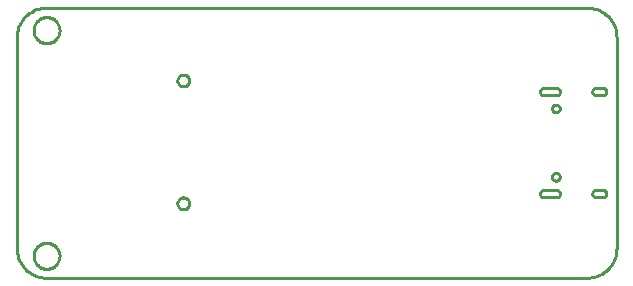
<source format=gbr>
G04 EAGLE Gerber RS-274X export*
G75*
%MOMM*%
%FSLAX34Y34*%
%LPD*%
%IN*%
%IPPOS*%
%AMOC8*
5,1,8,0,0,1.08239X$1,22.5*%
G01*
%ADD10C,0.254000*%


D10*
X0Y25400D02*
X97Y23186D01*
X386Y20989D01*
X865Y18826D01*
X1532Y16713D01*
X2380Y14666D01*
X3403Y12700D01*
X4594Y10831D01*
X5942Y9073D01*
X7440Y7440D01*
X9073Y5942D01*
X10831Y4594D01*
X12700Y3403D01*
X14666Y2380D01*
X16713Y1532D01*
X18826Y865D01*
X20989Y386D01*
X23186Y97D01*
X25400Y0D01*
X482600Y0D01*
X484814Y97D01*
X487011Y386D01*
X489174Y865D01*
X491287Y1532D01*
X493335Y2380D01*
X495300Y3403D01*
X497169Y4594D01*
X498927Y5942D01*
X500561Y7440D01*
X502058Y9073D01*
X503406Y10831D01*
X504597Y12700D01*
X505620Y14666D01*
X506468Y16713D01*
X507135Y18826D01*
X507614Y20989D01*
X507903Y23186D01*
X508000Y25400D01*
X508000Y203200D01*
X507903Y205414D01*
X507614Y207611D01*
X507135Y209774D01*
X506468Y211887D01*
X505620Y213935D01*
X504597Y215900D01*
X503406Y217769D01*
X502058Y219527D01*
X500561Y221161D01*
X498927Y222658D01*
X497169Y224006D01*
X495300Y225197D01*
X493335Y226220D01*
X491287Y227068D01*
X489174Y227735D01*
X487011Y228214D01*
X484814Y228503D01*
X482600Y228600D01*
X25400Y228600D01*
X23186Y228503D01*
X20989Y228214D01*
X18826Y227735D01*
X16713Y227068D01*
X14666Y226220D01*
X12700Y225197D01*
X10831Y224006D01*
X9073Y222658D01*
X7440Y221161D01*
X5942Y219527D01*
X4594Y217769D01*
X3403Y215900D01*
X2380Y213935D01*
X1532Y211887D01*
X865Y209774D01*
X386Y207611D01*
X97Y205414D01*
X0Y203200D01*
X0Y25400D01*
X443130Y157500D02*
X443141Y157239D01*
X443176Y156979D01*
X443232Y156724D01*
X443311Y156474D01*
X443411Y156232D01*
X443532Y156000D01*
X443673Y155779D01*
X443832Y155572D01*
X444009Y155379D01*
X444202Y155202D01*
X444409Y155043D01*
X444630Y154902D01*
X444862Y154781D01*
X445104Y154681D01*
X445354Y154602D01*
X445609Y154546D01*
X445869Y154511D01*
X446130Y154500D01*
X457130Y154500D01*
X457391Y154511D01*
X457651Y154546D01*
X457906Y154602D01*
X458156Y154681D01*
X458398Y154781D01*
X458630Y154902D01*
X458851Y155043D01*
X459058Y155202D01*
X459251Y155379D01*
X459428Y155572D01*
X459587Y155779D01*
X459728Y156000D01*
X459849Y156232D01*
X459949Y156474D01*
X460028Y156724D01*
X460084Y156979D01*
X460119Y157239D01*
X460130Y157500D01*
X460119Y157761D01*
X460084Y158021D01*
X460028Y158276D01*
X459949Y158526D01*
X459849Y158768D01*
X459728Y159000D01*
X459587Y159221D01*
X459428Y159428D01*
X459251Y159621D01*
X459058Y159798D01*
X458851Y159957D01*
X458630Y160098D01*
X458398Y160219D01*
X458156Y160319D01*
X457906Y160398D01*
X457651Y160454D01*
X457391Y160489D01*
X457130Y160500D01*
X446130Y160500D01*
X445869Y160489D01*
X445609Y160454D01*
X445354Y160398D01*
X445104Y160319D01*
X444862Y160219D01*
X444630Y160098D01*
X444409Y159957D01*
X444202Y159798D01*
X444009Y159621D01*
X443832Y159428D01*
X443673Y159221D01*
X443532Y159000D01*
X443411Y158768D01*
X443311Y158526D01*
X443232Y158276D01*
X443176Y158021D01*
X443141Y157761D01*
X443130Y157500D01*
X443130Y71100D02*
X443141Y70839D01*
X443176Y70579D01*
X443232Y70324D01*
X443311Y70074D01*
X443411Y69832D01*
X443532Y69600D01*
X443673Y69379D01*
X443832Y69172D01*
X444009Y68979D01*
X444202Y68802D01*
X444409Y68643D01*
X444630Y68502D01*
X444862Y68381D01*
X445104Y68281D01*
X445354Y68202D01*
X445609Y68146D01*
X445869Y68111D01*
X446130Y68100D01*
X457130Y68100D01*
X457391Y68111D01*
X457651Y68146D01*
X457906Y68202D01*
X458156Y68281D01*
X458398Y68381D01*
X458630Y68502D01*
X458851Y68643D01*
X459058Y68802D01*
X459251Y68979D01*
X459428Y69172D01*
X459587Y69379D01*
X459728Y69600D01*
X459849Y69832D01*
X459949Y70074D01*
X460028Y70324D01*
X460084Y70579D01*
X460119Y70839D01*
X460130Y71100D01*
X460119Y71361D01*
X460084Y71621D01*
X460028Y71876D01*
X459949Y72126D01*
X459849Y72368D01*
X459728Y72600D01*
X459587Y72821D01*
X459428Y73028D01*
X459251Y73221D01*
X459058Y73398D01*
X458851Y73557D01*
X458630Y73698D01*
X458398Y73819D01*
X458156Y73919D01*
X457906Y73998D01*
X457651Y74054D01*
X457391Y74089D01*
X457130Y74100D01*
X446130Y74100D01*
X445869Y74089D01*
X445609Y74054D01*
X445354Y73998D01*
X445104Y73919D01*
X444862Y73819D01*
X444630Y73698D01*
X444409Y73557D01*
X444202Y73398D01*
X444009Y73221D01*
X443832Y73028D01*
X443673Y72821D01*
X443532Y72600D01*
X443411Y72368D01*
X443311Y72126D01*
X443232Y71876D01*
X443176Y71621D01*
X443141Y71361D01*
X443130Y71100D01*
X487430Y71100D02*
X487441Y70839D01*
X487476Y70579D01*
X487532Y70324D01*
X487611Y70074D01*
X487711Y69832D01*
X487832Y69600D01*
X487973Y69379D01*
X488132Y69172D01*
X488309Y68979D01*
X488502Y68802D01*
X488709Y68643D01*
X488930Y68502D01*
X489162Y68381D01*
X489404Y68281D01*
X489654Y68202D01*
X489909Y68146D01*
X490169Y68111D01*
X490430Y68100D01*
X496430Y68100D01*
X496691Y68111D01*
X496951Y68146D01*
X497206Y68202D01*
X497456Y68281D01*
X497698Y68381D01*
X497930Y68502D01*
X498151Y68643D01*
X498358Y68802D01*
X498551Y68979D01*
X498728Y69172D01*
X498887Y69379D01*
X499028Y69600D01*
X499149Y69832D01*
X499249Y70074D01*
X499328Y70324D01*
X499384Y70579D01*
X499419Y70839D01*
X499430Y71100D01*
X499419Y71361D01*
X499384Y71621D01*
X499328Y71876D01*
X499249Y72126D01*
X499149Y72368D01*
X499028Y72600D01*
X498887Y72821D01*
X498728Y73028D01*
X498551Y73221D01*
X498358Y73398D01*
X498151Y73557D01*
X497930Y73698D01*
X497698Y73819D01*
X497456Y73919D01*
X497206Y73998D01*
X496951Y74054D01*
X496691Y74089D01*
X496430Y74100D01*
X490430Y74100D01*
X490169Y74089D01*
X489909Y74054D01*
X489654Y73998D01*
X489404Y73919D01*
X489162Y73819D01*
X488930Y73698D01*
X488709Y73557D01*
X488502Y73398D01*
X488309Y73221D01*
X488132Y73028D01*
X487973Y72821D01*
X487832Y72600D01*
X487711Y72368D01*
X487611Y72126D01*
X487532Y71876D01*
X487476Y71621D01*
X487441Y71361D01*
X487430Y71100D01*
X487430Y157500D02*
X487441Y157239D01*
X487476Y156979D01*
X487532Y156724D01*
X487611Y156474D01*
X487711Y156232D01*
X487832Y156000D01*
X487973Y155779D01*
X488132Y155572D01*
X488309Y155379D01*
X488502Y155202D01*
X488709Y155043D01*
X488930Y154902D01*
X489162Y154781D01*
X489404Y154681D01*
X489654Y154602D01*
X489909Y154546D01*
X490169Y154511D01*
X490430Y154500D01*
X496430Y154500D01*
X496691Y154511D01*
X496951Y154546D01*
X497206Y154602D01*
X497456Y154681D01*
X497698Y154781D01*
X497930Y154902D01*
X498151Y155043D01*
X498358Y155202D01*
X498551Y155379D01*
X498728Y155572D01*
X498887Y155779D01*
X499028Y156000D01*
X499149Y156232D01*
X499249Y156474D01*
X499328Y156724D01*
X499384Y156979D01*
X499419Y157239D01*
X499430Y157500D01*
X499419Y157761D01*
X499384Y158021D01*
X499328Y158276D01*
X499249Y158526D01*
X499149Y158768D01*
X499028Y159000D01*
X498887Y159221D01*
X498728Y159428D01*
X498551Y159621D01*
X498358Y159798D01*
X498151Y159957D01*
X497930Y160098D01*
X497698Y160219D01*
X497456Y160319D01*
X497206Y160398D01*
X496951Y160454D01*
X496691Y160489D01*
X496430Y160500D01*
X490430Y160500D01*
X490169Y160489D01*
X489909Y160454D01*
X489654Y160398D01*
X489404Y160319D01*
X489162Y160219D01*
X488930Y160098D01*
X488709Y159957D01*
X488502Y159798D01*
X488309Y159621D01*
X488132Y159428D01*
X487973Y159221D01*
X487832Y159000D01*
X487711Y158768D01*
X487611Y158526D01*
X487532Y158276D01*
X487476Y158021D01*
X487441Y157761D01*
X487430Y157500D01*
X36400Y17983D02*
X36332Y17121D01*
X36197Y16267D01*
X35995Y15427D01*
X35728Y14605D01*
X35397Y13806D01*
X35005Y13036D01*
X34553Y12299D01*
X34045Y11600D01*
X33484Y10942D01*
X32873Y10331D01*
X32215Y9770D01*
X31516Y9262D01*
X30779Y8810D01*
X30009Y8418D01*
X29210Y8087D01*
X28388Y7820D01*
X27548Y7618D01*
X26694Y7483D01*
X25832Y7415D01*
X24968Y7415D01*
X24106Y7483D01*
X23252Y7618D01*
X22412Y7820D01*
X21590Y8087D01*
X20791Y8418D01*
X20021Y8810D01*
X19284Y9262D01*
X18585Y9770D01*
X17927Y10331D01*
X17316Y10942D01*
X16755Y11600D01*
X16247Y12299D01*
X15795Y13036D01*
X15403Y13806D01*
X15072Y14605D01*
X14805Y15427D01*
X14603Y16267D01*
X14468Y17121D01*
X14400Y17983D01*
X14400Y18847D01*
X14468Y19709D01*
X14603Y20563D01*
X14805Y21403D01*
X15072Y22225D01*
X15403Y23024D01*
X15795Y23794D01*
X16247Y24531D01*
X16755Y25230D01*
X17316Y25888D01*
X17927Y26499D01*
X18585Y27060D01*
X19284Y27568D01*
X20021Y28020D01*
X20791Y28412D01*
X21590Y28743D01*
X22412Y29010D01*
X23252Y29212D01*
X24106Y29347D01*
X24968Y29415D01*
X25832Y29415D01*
X26694Y29347D01*
X27548Y29212D01*
X28388Y29010D01*
X29210Y28743D01*
X30009Y28412D01*
X30779Y28020D01*
X31516Y27568D01*
X32215Y27060D01*
X32873Y26499D01*
X33484Y25888D01*
X34045Y25230D01*
X34553Y24531D01*
X35005Y23794D01*
X35397Y23024D01*
X35728Y22225D01*
X35995Y21403D01*
X36197Y20563D01*
X36332Y19709D01*
X36400Y18847D01*
X36400Y17983D01*
X36400Y209118D02*
X36332Y208256D01*
X36197Y207402D01*
X35995Y206562D01*
X35728Y205740D01*
X35397Y204941D01*
X35005Y204171D01*
X34553Y203434D01*
X34045Y202735D01*
X33484Y202077D01*
X32873Y201466D01*
X32215Y200905D01*
X31516Y200397D01*
X30779Y199945D01*
X30009Y199553D01*
X29210Y199222D01*
X28388Y198955D01*
X27548Y198753D01*
X26694Y198618D01*
X25832Y198550D01*
X24968Y198550D01*
X24106Y198618D01*
X23252Y198753D01*
X22412Y198955D01*
X21590Y199222D01*
X20791Y199553D01*
X20021Y199945D01*
X19284Y200397D01*
X18585Y200905D01*
X17927Y201466D01*
X17316Y202077D01*
X16755Y202735D01*
X16247Y203434D01*
X15795Y204171D01*
X15403Y204941D01*
X15072Y205740D01*
X14805Y206562D01*
X14603Y207402D01*
X14468Y208256D01*
X14400Y209118D01*
X14400Y209982D01*
X14468Y210844D01*
X14603Y211698D01*
X14805Y212538D01*
X15072Y213360D01*
X15403Y214159D01*
X15795Y214929D01*
X16247Y215666D01*
X16755Y216365D01*
X17316Y217023D01*
X17927Y217634D01*
X18585Y218195D01*
X19284Y218703D01*
X20021Y219155D01*
X20791Y219547D01*
X21590Y219878D01*
X22412Y220145D01*
X23252Y220347D01*
X24106Y220482D01*
X24968Y220550D01*
X25832Y220550D01*
X26694Y220482D01*
X27548Y220347D01*
X28388Y220145D01*
X29210Y219878D01*
X30009Y219547D01*
X30779Y219155D01*
X31516Y218703D01*
X32215Y218195D01*
X32873Y217634D01*
X33484Y217023D01*
X34045Y216365D01*
X34553Y215666D01*
X35005Y214929D01*
X35397Y214159D01*
X35728Y213360D01*
X35995Y212538D01*
X36197Y211698D01*
X36332Y210844D01*
X36400Y209982D01*
X36400Y209118D01*
X456843Y82150D02*
X457265Y82206D01*
X457677Y82316D01*
X458071Y82479D01*
X458439Y82692D01*
X458777Y82951D01*
X459079Y83253D01*
X459338Y83591D01*
X459551Y83959D01*
X459714Y84353D01*
X459824Y84765D01*
X459880Y85187D01*
X459880Y85613D01*
X459824Y86035D01*
X459714Y86447D01*
X459551Y86841D01*
X459338Y87209D01*
X459079Y87547D01*
X458777Y87849D01*
X458439Y88108D01*
X458071Y88321D01*
X457677Y88484D01*
X457265Y88594D01*
X456843Y88650D01*
X456417Y88650D01*
X455995Y88594D01*
X455583Y88484D01*
X455189Y88321D01*
X454821Y88108D01*
X454483Y87849D01*
X454181Y87547D01*
X453922Y87209D01*
X453709Y86841D01*
X453546Y86447D01*
X453436Y86035D01*
X453380Y85613D01*
X453380Y85187D01*
X453436Y84765D01*
X453546Y84353D01*
X453709Y83959D01*
X453922Y83591D01*
X454181Y83253D01*
X454483Y82951D01*
X454821Y82692D01*
X455189Y82479D01*
X455583Y82316D01*
X455995Y82206D01*
X456417Y82150D01*
X456843Y82150D01*
X456843Y139950D02*
X457265Y140006D01*
X457677Y140116D01*
X458071Y140279D01*
X458439Y140492D01*
X458777Y140751D01*
X459079Y141053D01*
X459338Y141391D01*
X459551Y141759D01*
X459714Y142153D01*
X459824Y142565D01*
X459880Y142987D01*
X459880Y143413D01*
X459824Y143835D01*
X459714Y144247D01*
X459551Y144641D01*
X459338Y145009D01*
X459079Y145347D01*
X458777Y145649D01*
X458439Y145908D01*
X458071Y146121D01*
X457677Y146284D01*
X457265Y146394D01*
X456843Y146450D01*
X456417Y146450D01*
X455995Y146394D01*
X455583Y146284D01*
X455189Y146121D01*
X454821Y145908D01*
X454483Y145649D01*
X454181Y145347D01*
X453922Y145009D01*
X453709Y144641D01*
X453546Y144247D01*
X453436Y143835D01*
X453380Y143413D01*
X453380Y142987D01*
X453436Y142565D01*
X453546Y142153D01*
X453709Y141759D01*
X453922Y141391D01*
X454181Y141053D01*
X454483Y140751D01*
X454821Y140492D01*
X455189Y140279D01*
X455583Y140116D01*
X455995Y140006D01*
X456417Y139950D01*
X456843Y139950D01*
X140899Y67900D02*
X140341Y67837D01*
X139794Y67712D01*
X139264Y67527D01*
X138758Y67283D01*
X138282Y66984D01*
X137843Y66634D01*
X137446Y66237D01*
X137096Y65798D01*
X136797Y65322D01*
X136553Y64816D01*
X136368Y64286D01*
X136243Y63739D01*
X136180Y63181D01*
X136180Y62619D01*
X136243Y62061D01*
X136368Y61514D01*
X136553Y60984D01*
X136797Y60478D01*
X137096Y60002D01*
X137446Y59563D01*
X137843Y59166D01*
X138282Y58816D01*
X138758Y58517D01*
X139264Y58273D01*
X139794Y58088D01*
X140341Y57963D01*
X140899Y57900D01*
X141461Y57900D01*
X142019Y57963D01*
X142566Y58088D01*
X143096Y58273D01*
X143602Y58517D01*
X144078Y58816D01*
X144517Y59166D01*
X144914Y59563D01*
X145264Y60002D01*
X145563Y60478D01*
X145807Y60984D01*
X145992Y61514D01*
X146117Y62061D01*
X146180Y62619D01*
X146180Y63181D01*
X146117Y63739D01*
X145992Y64286D01*
X145807Y64816D01*
X145563Y65322D01*
X145264Y65798D01*
X144914Y66237D01*
X144517Y66634D01*
X144078Y66984D01*
X143602Y67283D01*
X143096Y67527D01*
X142566Y67712D01*
X142019Y67837D01*
X141461Y67900D01*
X140899Y67900D01*
X140899Y171900D02*
X140341Y171837D01*
X139794Y171712D01*
X139264Y171527D01*
X138758Y171283D01*
X138282Y170984D01*
X137843Y170634D01*
X137446Y170237D01*
X137096Y169798D01*
X136797Y169322D01*
X136553Y168816D01*
X136368Y168286D01*
X136243Y167739D01*
X136180Y167181D01*
X136180Y166619D01*
X136243Y166061D01*
X136368Y165514D01*
X136553Y164984D01*
X136797Y164478D01*
X137096Y164002D01*
X137446Y163563D01*
X137843Y163166D01*
X138282Y162816D01*
X138758Y162517D01*
X139264Y162273D01*
X139794Y162088D01*
X140341Y161963D01*
X140899Y161900D01*
X141461Y161900D01*
X142019Y161963D01*
X142566Y162088D01*
X143096Y162273D01*
X143602Y162517D01*
X144078Y162816D01*
X144517Y163166D01*
X144914Y163563D01*
X145264Y164002D01*
X145563Y164478D01*
X145807Y164984D01*
X145992Y165514D01*
X146117Y166061D01*
X146180Y166619D01*
X146180Y167181D01*
X146117Y167739D01*
X145992Y168286D01*
X145807Y168816D01*
X145563Y169322D01*
X145264Y169798D01*
X144914Y170237D01*
X144517Y170634D01*
X144078Y170984D01*
X143602Y171283D01*
X143096Y171527D01*
X142566Y171712D01*
X142019Y171837D01*
X141461Y171900D01*
X140899Y171900D01*
M02*

</source>
